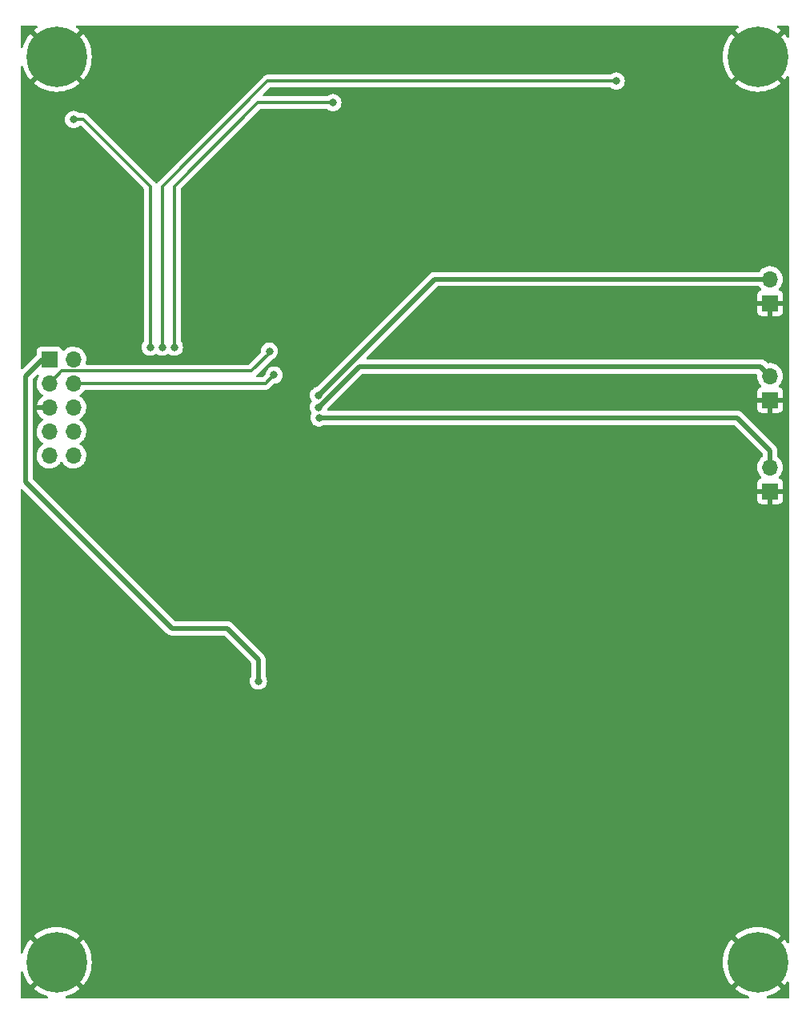
<source format=gbr>
%TF.GenerationSoftware,KiCad,Pcbnew,(6.0.7)*%
%TF.CreationDate,2023-04-15T21:10:14+02:00*%
%TF.ProjectId,control board,636f6e74-726f-46c2-9062-6f6172642e6b,rev?*%
%TF.SameCoordinates,Original*%
%TF.FileFunction,Copper,L2,Bot*%
%TF.FilePolarity,Positive*%
%FSLAX46Y46*%
G04 Gerber Fmt 4.6, Leading zero omitted, Abs format (unit mm)*
G04 Created by KiCad (PCBNEW (6.0.7)) date 2023-04-15 21:10:14*
%MOMM*%
%LPD*%
G01*
G04 APERTURE LIST*
%TA.AperFunction,ComponentPad*%
%ADD10C,6.400000*%
%TD*%
%TA.AperFunction,ComponentPad*%
%ADD11R,1.700000X1.700000*%
%TD*%
%TA.AperFunction,ComponentPad*%
%ADD12O,1.700000X1.700000*%
%TD*%
%TA.AperFunction,ViaPad*%
%ADD13C,0.800000*%
%TD*%
%TA.AperFunction,Conductor*%
%ADD14C,0.300000*%
%TD*%
%TA.AperFunction,Conductor*%
%ADD15C,0.500000*%
%TD*%
G04 APERTURE END LIST*
D10*
%TO.P,,1*%
%TO.N,GND*%
X103886000Y-139700000D03*
%TD*%
%TO.P,,1*%
%TO.N,GND*%
X178054000Y-139700000D03*
%TD*%
%TO.P,,1*%
%TO.N,GND*%
X178054000Y-43942000D03*
%TD*%
%TO.P,,1*%
%TO.N,GND*%
X103886000Y-43942000D03*
%TD*%
D11*
%TO.P,J1,1,Pin_1*%
%TO.N,GND*%
X179349000Y-70000000D03*
D12*
%TO.P,J1,2,Pin_2*%
%TO.N,BTN1*%
X179349000Y-67460000D03*
%TD*%
D11*
%TO.P,J4,1,Pin_1*%
%TO.N,GND*%
X179349000Y-89896000D03*
D12*
%TO.P,J4,2,Pin_2*%
%TO.N,BTN3*%
X179349000Y-87356000D03*
%TD*%
D11*
%TO.P,J3,1,Pin_1*%
%TO.N,+3.3V*%
X103104000Y-75976000D03*
D12*
%TO.P,J3,2,Pin_2*%
%TO.N,INT*%
X105644000Y-75976000D03*
%TO.P,J3,3,Pin_3*%
%TO.N,SDA*%
X103104000Y-78516000D03*
%TO.P,J3,4,Pin_4*%
%TO.N,SCL*%
X105644000Y-78516000D03*
%TO.P,J3,5,Pin_5*%
%TO.N,GND*%
X103104000Y-81056000D03*
%TO.P,J3,6,Pin_6*%
%TO.N,unconnected-(J3-Pad6)*%
X105644000Y-81056000D03*
%TO.P,J3,7,Pin_7*%
%TO.N,unconnected-(J3-Pad7)*%
X103104000Y-83596000D03*
%TO.P,J3,8,Pin_8*%
%TO.N,unconnected-(J3-Pad8)*%
X105644000Y-83596000D03*
%TO.P,J3,9,Pin_9*%
%TO.N,unconnected-(J3-Pad9)*%
X103104000Y-86136000D03*
%TO.P,J3,10,Pin_10*%
%TO.N,unconnected-(J3-Pad10)*%
X105644000Y-86136000D03*
%TD*%
D11*
%TO.P,J2,1,Pin_1*%
%TO.N,GND*%
X179349000Y-80244000D03*
D12*
%TO.P,J2,2,Pin_2*%
%TO.N,BTN2*%
X179349000Y-77704000D03*
%TD*%
D13*
%TO.N,GND*%
X174297007Y-62780492D03*
X156507388Y-103160106D03*
X110668526Y-120667351D03*
X171473258Y-97512607D03*
X127000000Y-79248000D03*
X109728000Y-90678000D03*
X113962900Y-55344620D03*
X141436934Y-79398779D03*
X148590000Y-42418000D03*
X178816000Y-62484000D03*
X177026632Y-94971233D03*
X165072760Y-84523361D03*
X139941392Y-121137975D03*
X104902000Y-99314000D03*
X160528000Y-59182000D03*
X104648000Y-65786000D03*
X149259765Y-56003494D03*
X115280650Y-42920123D03*
X166624000Y-80264000D03*
X158750000Y-118618000D03*
X132588000Y-62230000D03*
X103891528Y-56474119D03*
X146050000Y-63246000D03*
X125730000Y-63754000D03*
X117856000Y-73406000D03*
X110197901Y-74922614D03*
X159237012Y-72569490D03*
X125728522Y-100242232D03*
X172212000Y-43180000D03*
X146050000Y-71628000D03*
%TO.N,MENU*%
X105664000Y-50584000D03*
X113792000Y-74676000D03*
%TO.N,HOME*%
X133096000Y-48806000D03*
X116332000Y-74676000D03*
%TO.N,BACK*%
X163068000Y-46520000D03*
X115062000Y-74676000D03*
%TO.N,BTN1*%
X131572000Y-79756000D03*
%TO.N,BTN2*%
X131572000Y-81026000D03*
%TO.N,BTN3*%
X131628065Y-82135441D03*
%TO.N,+3.3V*%
X125222000Y-109982000D03*
%TO.N,SDA*%
X126387332Y-75079332D03*
%TO.N,SCL*%
X126873000Y-77597000D03*
%TD*%
D14*
%TO.N,MENU*%
X113792000Y-74676000D02*
X113792000Y-57658000D01*
X105664000Y-50584000D02*
X106718000Y-50584000D01*
X106718000Y-50584000D02*
X113792000Y-57658000D01*
%TO.N,HOME*%
X116332000Y-57658000D02*
X116332000Y-74676000D01*
X133096000Y-48806000D02*
X125184000Y-48806000D01*
X125184000Y-48806000D02*
X116332000Y-57658000D01*
%TO.N,BACK*%
X115062000Y-74676000D02*
X115062000Y-57658000D01*
X126200000Y-46520000D02*
X163068000Y-46520000D01*
X115062000Y-57658000D02*
X126200000Y-46520000D01*
D15*
%TO.N,BTN1*%
X143868000Y-67460000D02*
X179349000Y-67460000D01*
X131572000Y-79756000D02*
X143868000Y-67460000D01*
%TO.N,BTN2*%
X178353000Y-76708000D02*
X179349000Y-77704000D01*
X135890000Y-76708000D02*
X178353000Y-76708000D01*
X135890000Y-76708000D02*
X131572000Y-81026000D01*
%TO.N,BTN3*%
X179349000Y-85623000D02*
X179349000Y-87356000D01*
X175861441Y-82135441D02*
X179349000Y-85623000D01*
X131628065Y-82135441D02*
X175861441Y-82135441D01*
%TO.N,+3.3V*%
X125222000Y-107696000D02*
X125222000Y-109982000D01*
X116078000Y-104394000D02*
X121920000Y-104394000D01*
X100584000Y-77724000D02*
X100584000Y-88900000D01*
X121920000Y-104394000D02*
X125222000Y-107696000D01*
X102332000Y-75976000D02*
X100584000Y-77724000D01*
X103104000Y-75976000D02*
X102332000Y-75976000D01*
X100584000Y-88900000D02*
X116078000Y-104394000D01*
D14*
%TO.N,SDA*%
X124482331Y-77193669D02*
X126387332Y-75288668D01*
X103104000Y-78516000D02*
X104426331Y-77193669D01*
X126387332Y-75288668D02*
X126387332Y-75079332D01*
X104426331Y-77193669D02*
X124482331Y-77193669D01*
%TO.N,SCL*%
X125954000Y-78516000D02*
X126873000Y-77597000D01*
X105644000Y-78516000D02*
X125954000Y-78516000D01*
%TD*%
%TA.AperFunction,Conductor*%
%TO.N,GND*%
G36*
X101804437Y-40660502D02*
G01*
X101850930Y-40714158D01*
X101861034Y-40784432D01*
X101831540Y-40849012D01*
X101804940Y-40872173D01*
X101706265Y-40936253D01*
X101700939Y-40940123D01*
X101462165Y-41133478D01*
X101453700Y-41145733D01*
X101460034Y-41156824D01*
X103873188Y-43569978D01*
X103887132Y-43577592D01*
X103888965Y-43577461D01*
X103895580Y-43573210D01*
X106311100Y-41157690D01*
X106318241Y-41144614D01*
X106310784Y-41134247D01*
X106071065Y-40940126D01*
X106065728Y-40936249D01*
X105967059Y-40872172D01*
X105920822Y-40818296D01*
X105911053Y-40747975D01*
X105940853Y-40683535D01*
X106000762Y-40645436D01*
X106035684Y-40640500D01*
X175904316Y-40640500D01*
X175972437Y-40660502D01*
X176018930Y-40714158D01*
X176029034Y-40784432D01*
X175999540Y-40849012D01*
X175972940Y-40872173D01*
X175874265Y-40936253D01*
X175868939Y-40940123D01*
X175630165Y-41133478D01*
X175621700Y-41145733D01*
X175628034Y-41156824D01*
X178041188Y-43569978D01*
X178055132Y-43577592D01*
X178056965Y-43577461D01*
X178063580Y-43573210D01*
X180479100Y-41157690D01*
X180486241Y-41144614D01*
X180478784Y-41134247D01*
X180239065Y-40940126D01*
X180233728Y-40936249D01*
X180135059Y-40872172D01*
X180088822Y-40818296D01*
X180079053Y-40747975D01*
X180108853Y-40683535D01*
X180168762Y-40645436D01*
X180203684Y-40640500D01*
X181229500Y-40640500D01*
X181297621Y-40660502D01*
X181344114Y-40714158D01*
X181355500Y-40766500D01*
X181355500Y-41792316D01*
X181335498Y-41860437D01*
X181281842Y-41906930D01*
X181211568Y-41917034D01*
X181146988Y-41887540D01*
X181123827Y-41860940D01*
X181059747Y-41762265D01*
X181055877Y-41756939D01*
X180862522Y-41518165D01*
X180850267Y-41509700D01*
X180839176Y-41516034D01*
X178426022Y-43929188D01*
X178418408Y-43943132D01*
X178418539Y-43944965D01*
X178422790Y-43951580D01*
X180838310Y-46367100D01*
X180851386Y-46374241D01*
X180861753Y-46366784D01*
X181055877Y-46127061D01*
X181059747Y-46121735D01*
X181123827Y-46023060D01*
X181177704Y-45976823D01*
X181248025Y-45967053D01*
X181312465Y-45996853D01*
X181350564Y-46056761D01*
X181355500Y-46091684D01*
X181355500Y-137550316D01*
X181335498Y-137618437D01*
X181281842Y-137664930D01*
X181211568Y-137675034D01*
X181146988Y-137645540D01*
X181123827Y-137618940D01*
X181059747Y-137520265D01*
X181055877Y-137514939D01*
X180862522Y-137276165D01*
X180850267Y-137267700D01*
X180839176Y-137274034D01*
X178426022Y-139687188D01*
X178418408Y-139701132D01*
X178418539Y-139702965D01*
X178422790Y-139709580D01*
X180838310Y-142125100D01*
X180851386Y-142132241D01*
X180861753Y-142124784D01*
X181055877Y-141885061D01*
X181059747Y-141879735D01*
X181123827Y-141781060D01*
X181177704Y-141734823D01*
X181248025Y-141725053D01*
X181312465Y-141754853D01*
X181350564Y-141814761D01*
X181355500Y-141849684D01*
X181355500Y-143383500D01*
X181335498Y-143451621D01*
X181281842Y-143498114D01*
X181229500Y-143509500D01*
X179120431Y-143509500D01*
X179052310Y-143489498D01*
X179005817Y-143435842D01*
X178995713Y-143365568D01*
X179025207Y-143300988D01*
X179087820Y-143261793D01*
X179198215Y-143232212D01*
X179204498Y-143230171D01*
X179561164Y-143093260D01*
X179567189Y-143090578D01*
X179907606Y-142917127D01*
X179913315Y-142913830D01*
X180233728Y-142705751D01*
X180239065Y-142701874D01*
X180477835Y-142508522D01*
X180486300Y-142496267D01*
X180479966Y-142485176D01*
X178066812Y-140072022D01*
X178052868Y-140064408D01*
X178051035Y-140064539D01*
X178044420Y-140068790D01*
X175628900Y-142484310D01*
X175621759Y-142497386D01*
X175629216Y-142507753D01*
X175868935Y-142701874D01*
X175874272Y-142705751D01*
X176194685Y-142913830D01*
X176200394Y-142917127D01*
X176540811Y-143090578D01*
X176546836Y-143093260D01*
X176903502Y-143230171D01*
X176909785Y-143232212D01*
X177020180Y-143261793D01*
X177080803Y-143298745D01*
X177111824Y-143362606D01*
X177103396Y-143433100D01*
X177058193Y-143487847D01*
X176987569Y-143509500D01*
X104952431Y-143509500D01*
X104884310Y-143489498D01*
X104837817Y-143435842D01*
X104827713Y-143365568D01*
X104857207Y-143300988D01*
X104919820Y-143261793D01*
X105030215Y-143232212D01*
X105036498Y-143230171D01*
X105393164Y-143093260D01*
X105399189Y-143090578D01*
X105739606Y-142917127D01*
X105745315Y-142913830D01*
X106065728Y-142705751D01*
X106071065Y-142701874D01*
X106309835Y-142508522D01*
X106318300Y-142496267D01*
X106311966Y-142485176D01*
X103898812Y-140072022D01*
X103884868Y-140064408D01*
X103883035Y-140064539D01*
X103876420Y-140068790D01*
X101460900Y-142484310D01*
X101453759Y-142497386D01*
X101461216Y-142507753D01*
X101700935Y-142701874D01*
X101706272Y-142705751D01*
X102026685Y-142913830D01*
X102032394Y-142917127D01*
X102372811Y-143090578D01*
X102378836Y-143093260D01*
X102735502Y-143230171D01*
X102741785Y-143232212D01*
X102852180Y-143261793D01*
X102912803Y-143298745D01*
X102943824Y-143362606D01*
X102935396Y-143433100D01*
X102890193Y-143487847D01*
X102819569Y-143509500D01*
X100202500Y-143509500D01*
X100134379Y-143489498D01*
X100087886Y-143435842D01*
X100076500Y-143383500D01*
X100076500Y-140766431D01*
X100096502Y-140698310D01*
X100150158Y-140651817D01*
X100220432Y-140641713D01*
X100285012Y-140671207D01*
X100324207Y-140733820D01*
X100353788Y-140844215D01*
X100355829Y-140850498D01*
X100492740Y-141207164D01*
X100495422Y-141213189D01*
X100668872Y-141553603D01*
X100672169Y-141559313D01*
X100880253Y-141879735D01*
X100884123Y-141885061D01*
X101077478Y-142123835D01*
X101089733Y-142132300D01*
X101100824Y-142125966D01*
X103513978Y-139712812D01*
X103520356Y-139701132D01*
X104250408Y-139701132D01*
X104250539Y-139702965D01*
X104254790Y-139709580D01*
X106670310Y-142125100D01*
X106683386Y-142132241D01*
X106693753Y-142124784D01*
X106887877Y-141885061D01*
X106891747Y-141879735D01*
X107099831Y-141559313D01*
X107103128Y-141553603D01*
X107276578Y-141213189D01*
X107279260Y-141207164D01*
X107416171Y-140850498D01*
X107418212Y-140844216D01*
X107517094Y-140475184D01*
X107518465Y-140468734D01*
X107578234Y-140091371D01*
X107578920Y-140084833D01*
X107598916Y-139703301D01*
X174341084Y-139703301D01*
X174361080Y-140084833D01*
X174361766Y-140091371D01*
X174421535Y-140468734D01*
X174422906Y-140475184D01*
X174521788Y-140844216D01*
X174523829Y-140850498D01*
X174660740Y-141207164D01*
X174663422Y-141213189D01*
X174836872Y-141553603D01*
X174840169Y-141559313D01*
X175048253Y-141879735D01*
X175052123Y-141885061D01*
X175245478Y-142123835D01*
X175257733Y-142132300D01*
X175268824Y-142125966D01*
X177681978Y-139712812D01*
X177689592Y-139698868D01*
X177689461Y-139697035D01*
X177685210Y-139690420D01*
X175269690Y-137274900D01*
X175256614Y-137267759D01*
X175246247Y-137275216D01*
X175052123Y-137514939D01*
X175048253Y-137520265D01*
X174840169Y-137840687D01*
X174836872Y-137846397D01*
X174663422Y-138186811D01*
X174660740Y-138192836D01*
X174523829Y-138549502D01*
X174521788Y-138555784D01*
X174422906Y-138924816D01*
X174421535Y-138931266D01*
X174361766Y-139308629D01*
X174361080Y-139315167D01*
X174341084Y-139696699D01*
X174341084Y-139703301D01*
X107598916Y-139703301D01*
X107598916Y-139696699D01*
X107578920Y-139315167D01*
X107578234Y-139308629D01*
X107518465Y-138931266D01*
X107517094Y-138924816D01*
X107418212Y-138555784D01*
X107416171Y-138549502D01*
X107279260Y-138192836D01*
X107276578Y-138186811D01*
X107103128Y-137846397D01*
X107099831Y-137840687D01*
X106891747Y-137520265D01*
X106887877Y-137514939D01*
X106694522Y-137276165D01*
X106682267Y-137267700D01*
X106671176Y-137274034D01*
X104258022Y-139687188D01*
X104250408Y-139701132D01*
X103520356Y-139701132D01*
X103521592Y-139698868D01*
X103521461Y-139697035D01*
X103517210Y-139690420D01*
X101101690Y-137274900D01*
X101088614Y-137267759D01*
X101078247Y-137275216D01*
X100884123Y-137514939D01*
X100880253Y-137520265D01*
X100672169Y-137840687D01*
X100668872Y-137846397D01*
X100495422Y-138186811D01*
X100492740Y-138192836D01*
X100355829Y-138549502D01*
X100353788Y-138555785D01*
X100324207Y-138666180D01*
X100287255Y-138726803D01*
X100223394Y-138757824D01*
X100152900Y-138749396D01*
X100098153Y-138704193D01*
X100076500Y-138633569D01*
X100076500Y-136903733D01*
X101453700Y-136903733D01*
X101460034Y-136914824D01*
X103873188Y-139327978D01*
X103887132Y-139335592D01*
X103888965Y-139335461D01*
X103895580Y-139331210D01*
X106311100Y-136915690D01*
X106317630Y-136903733D01*
X175621700Y-136903733D01*
X175628034Y-136914824D01*
X178041188Y-139327978D01*
X178055132Y-139335592D01*
X178056965Y-139335461D01*
X178063580Y-139331210D01*
X180479100Y-136915690D01*
X180486241Y-136902614D01*
X180478784Y-136892247D01*
X180239065Y-136698126D01*
X180233728Y-136694249D01*
X179913315Y-136486170D01*
X179907606Y-136482873D01*
X179567189Y-136309422D01*
X179561164Y-136306740D01*
X179204498Y-136169829D01*
X179198216Y-136167788D01*
X178829184Y-136068906D01*
X178822734Y-136067535D01*
X178445371Y-136007766D01*
X178438833Y-136007080D01*
X178057301Y-135987084D01*
X178050699Y-135987084D01*
X177669167Y-136007080D01*
X177662629Y-136007766D01*
X177285266Y-136067535D01*
X177278816Y-136068906D01*
X176909784Y-136167788D01*
X176903502Y-136169829D01*
X176546836Y-136306740D01*
X176540811Y-136309422D01*
X176200397Y-136482872D01*
X176194687Y-136486169D01*
X175874265Y-136694253D01*
X175868939Y-136698123D01*
X175630165Y-136891478D01*
X175621700Y-136903733D01*
X106317630Y-136903733D01*
X106318241Y-136902614D01*
X106310784Y-136892247D01*
X106071065Y-136698126D01*
X106065728Y-136694249D01*
X105745315Y-136486170D01*
X105739606Y-136482873D01*
X105399189Y-136309422D01*
X105393164Y-136306740D01*
X105036498Y-136169829D01*
X105030216Y-136167788D01*
X104661184Y-136068906D01*
X104654734Y-136067535D01*
X104277371Y-136007766D01*
X104270833Y-136007080D01*
X103889301Y-135987084D01*
X103882699Y-135987084D01*
X103501167Y-136007080D01*
X103494629Y-136007766D01*
X103117266Y-136067535D01*
X103110816Y-136068906D01*
X102741784Y-136167788D01*
X102735502Y-136169829D01*
X102378836Y-136306740D01*
X102372811Y-136309422D01*
X102032397Y-136482872D01*
X102026687Y-136486169D01*
X101706265Y-136694253D01*
X101700939Y-136698123D01*
X101462165Y-136891478D01*
X101453700Y-136903733D01*
X100076500Y-136903733D01*
X100076500Y-89769371D01*
X100096502Y-89701250D01*
X100150158Y-89654757D01*
X100220432Y-89644653D01*
X100285012Y-89674147D01*
X100291595Y-89680276D01*
X115494230Y-104882911D01*
X115506616Y-104897323D01*
X115515149Y-104908918D01*
X115515154Y-104908923D01*
X115519492Y-104914818D01*
X115525070Y-104919557D01*
X115525073Y-104919560D01*
X115559768Y-104949035D01*
X115567284Y-104955965D01*
X115572979Y-104961660D01*
X115575861Y-104963940D01*
X115595251Y-104979281D01*
X115598655Y-104982072D01*
X115648703Y-105024591D01*
X115654285Y-105029333D01*
X115660801Y-105032661D01*
X115665850Y-105036028D01*
X115670979Y-105039195D01*
X115676716Y-105043734D01*
X115742875Y-105074655D01*
X115746769Y-105076558D01*
X115811808Y-105109769D01*
X115818916Y-105111508D01*
X115824559Y-105113607D01*
X115830322Y-105115524D01*
X115836950Y-105118622D01*
X115844112Y-105120112D01*
X115844113Y-105120112D01*
X115908412Y-105133486D01*
X115912696Y-105134456D01*
X115983610Y-105151808D01*
X115989212Y-105152156D01*
X115989215Y-105152156D01*
X115994764Y-105152500D01*
X115994762Y-105152536D01*
X115998755Y-105152775D01*
X116002947Y-105153149D01*
X116010115Y-105154640D01*
X116087520Y-105152546D01*
X116090928Y-105152500D01*
X121553629Y-105152500D01*
X121621750Y-105172502D01*
X121642724Y-105189405D01*
X124426595Y-107973276D01*
X124460621Y-108035588D01*
X124463500Y-108062371D01*
X124463500Y-109445001D01*
X124446619Y-109508000D01*
X124387473Y-109610444D01*
X124328458Y-109792072D01*
X124308496Y-109982000D01*
X124328458Y-110171928D01*
X124387473Y-110353556D01*
X124482960Y-110518944D01*
X124610747Y-110660866D01*
X124765248Y-110773118D01*
X124771276Y-110775802D01*
X124771278Y-110775803D01*
X124933681Y-110848109D01*
X124939712Y-110850794D01*
X125033112Y-110870647D01*
X125120056Y-110889128D01*
X125120061Y-110889128D01*
X125126513Y-110890500D01*
X125317487Y-110890500D01*
X125323939Y-110889128D01*
X125323944Y-110889128D01*
X125410888Y-110870647D01*
X125504288Y-110850794D01*
X125510319Y-110848109D01*
X125672722Y-110775803D01*
X125672724Y-110775802D01*
X125678752Y-110773118D01*
X125833253Y-110660866D01*
X125961040Y-110518944D01*
X126056527Y-110353556D01*
X126115542Y-110171928D01*
X126135504Y-109982000D01*
X126115542Y-109792072D01*
X126056527Y-109610444D01*
X125997381Y-109508000D01*
X125980500Y-109445001D01*
X125980500Y-107763069D01*
X125981933Y-107744118D01*
X125984099Y-107729883D01*
X125984099Y-107729881D01*
X125985199Y-107722651D01*
X125980915Y-107669982D01*
X125980500Y-107659767D01*
X125980500Y-107651707D01*
X125977211Y-107623493D01*
X125976778Y-107619118D01*
X125971454Y-107553661D01*
X125971453Y-107553658D01*
X125970860Y-107546363D01*
X125968604Y-107539399D01*
X125967413Y-107533440D01*
X125966029Y-107527585D01*
X125965182Y-107520319D01*
X125940265Y-107451673D01*
X125938848Y-107447545D01*
X125918607Y-107385064D01*
X125918606Y-107385062D01*
X125916351Y-107378101D01*
X125912555Y-107371846D01*
X125910049Y-107366372D01*
X125907330Y-107360942D01*
X125904833Y-107354063D01*
X125864814Y-107293024D01*
X125862467Y-107289305D01*
X125824595Y-107226893D01*
X125817197Y-107218516D01*
X125817224Y-107218492D01*
X125814571Y-107215500D01*
X125811868Y-107212267D01*
X125807856Y-107206148D01*
X125751617Y-107152872D01*
X125749175Y-107150494D01*
X122503770Y-103905089D01*
X122491384Y-103890677D01*
X122482851Y-103879082D01*
X122482846Y-103879077D01*
X122478508Y-103873182D01*
X122472930Y-103868443D01*
X122472927Y-103868440D01*
X122438232Y-103838965D01*
X122430716Y-103832035D01*
X122425021Y-103826340D01*
X122418880Y-103821482D01*
X122402749Y-103808719D01*
X122399345Y-103805928D01*
X122349297Y-103763409D01*
X122349295Y-103763408D01*
X122343715Y-103758667D01*
X122337199Y-103755339D01*
X122332150Y-103751972D01*
X122327021Y-103748805D01*
X122321284Y-103744266D01*
X122255125Y-103713345D01*
X122251225Y-103711439D01*
X122186192Y-103678231D01*
X122179084Y-103676492D01*
X122173441Y-103674393D01*
X122167678Y-103672476D01*
X122161050Y-103669378D01*
X122089583Y-103654513D01*
X122085299Y-103653543D01*
X122014390Y-103636192D01*
X122008788Y-103635844D01*
X122008785Y-103635844D01*
X122003236Y-103635500D01*
X122003238Y-103635464D01*
X121999245Y-103635225D01*
X121995053Y-103634851D01*
X121987885Y-103633360D01*
X121921675Y-103635151D01*
X121910479Y-103635454D01*
X121907072Y-103635500D01*
X116444371Y-103635500D01*
X116376250Y-103615498D01*
X116355276Y-103598595D01*
X103547350Y-90790669D01*
X177991001Y-90790669D01*
X177991371Y-90797490D01*
X177996895Y-90848352D01*
X178000521Y-90863604D01*
X178045676Y-90984054D01*
X178054214Y-90999649D01*
X178130715Y-91101724D01*
X178143276Y-91114285D01*
X178245351Y-91190786D01*
X178260946Y-91199324D01*
X178381394Y-91244478D01*
X178396649Y-91248105D01*
X178447514Y-91253631D01*
X178454328Y-91254000D01*
X179076885Y-91254000D01*
X179092124Y-91249525D01*
X179093329Y-91248135D01*
X179095000Y-91240452D01*
X179095000Y-91235884D01*
X179603000Y-91235884D01*
X179607475Y-91251123D01*
X179608865Y-91252328D01*
X179616548Y-91253999D01*
X180243669Y-91253999D01*
X180250490Y-91253629D01*
X180301352Y-91248105D01*
X180316604Y-91244479D01*
X180437054Y-91199324D01*
X180452649Y-91190786D01*
X180554724Y-91114285D01*
X180567285Y-91101724D01*
X180643786Y-90999649D01*
X180652324Y-90984054D01*
X180697478Y-90863606D01*
X180701105Y-90848351D01*
X180706631Y-90797486D01*
X180707000Y-90790672D01*
X180707000Y-90168115D01*
X180702525Y-90152876D01*
X180701135Y-90151671D01*
X180693452Y-90150000D01*
X179621115Y-90150000D01*
X179605876Y-90154475D01*
X179604671Y-90155865D01*
X179603000Y-90163548D01*
X179603000Y-91235884D01*
X179095000Y-91235884D01*
X179095000Y-90168115D01*
X179090525Y-90152876D01*
X179089135Y-90151671D01*
X179081452Y-90150000D01*
X178009116Y-90150000D01*
X177993877Y-90154475D01*
X177992672Y-90155865D01*
X177991001Y-90163548D01*
X177991001Y-90790669D01*
X103547350Y-90790669D01*
X101379405Y-88622724D01*
X101345379Y-88560412D01*
X101342500Y-88533629D01*
X101342500Y-78090371D01*
X101362502Y-78022250D01*
X101379405Y-78001276D01*
X101784494Y-77596187D01*
X101846806Y-77562161D01*
X101917621Y-77567226D01*
X101974457Y-77609773D01*
X101999268Y-77676293D01*
X101984177Y-77745667D01*
X101977677Y-77756286D01*
X101918743Y-77842680D01*
X101871716Y-77943992D01*
X101835390Y-78022250D01*
X101824688Y-78045305D01*
X101764989Y-78260570D01*
X101741251Y-78482695D01*
X101754110Y-78705715D01*
X101755247Y-78710761D01*
X101755248Y-78710767D01*
X101763002Y-78745173D01*
X101803222Y-78923639D01*
X101848377Y-79034842D01*
X101880612Y-79114228D01*
X101887266Y-79130616D01*
X101938454Y-79214148D01*
X102001291Y-79316688D01*
X102003987Y-79321088D01*
X102150250Y-79489938D01*
X102322126Y-79632632D01*
X102395445Y-79675476D01*
X102395955Y-79675774D01*
X102444679Y-79727412D01*
X102457750Y-79797195D01*
X102431019Y-79862967D01*
X102390562Y-79896327D01*
X102382457Y-79900546D01*
X102373738Y-79906036D01*
X102203433Y-80033905D01*
X102195726Y-80040748D01*
X102048590Y-80194717D01*
X102042104Y-80202727D01*
X101922098Y-80378649D01*
X101917000Y-80387623D01*
X101827338Y-80580783D01*
X101823775Y-80590470D01*
X101768389Y-80790183D01*
X101769912Y-80798607D01*
X101782292Y-80802000D01*
X103232000Y-80802000D01*
X103300121Y-80822002D01*
X103346614Y-80875658D01*
X103358000Y-80928000D01*
X103358000Y-81184000D01*
X103337998Y-81252121D01*
X103284342Y-81298614D01*
X103232000Y-81310000D01*
X101787225Y-81310000D01*
X101773694Y-81313973D01*
X101772257Y-81323966D01*
X101802565Y-81458446D01*
X101805645Y-81468275D01*
X101885770Y-81665603D01*
X101890413Y-81674794D01*
X102001694Y-81856388D01*
X102007777Y-81864699D01*
X102147213Y-82025667D01*
X102154580Y-82032883D01*
X102318434Y-82168916D01*
X102326881Y-82174831D01*
X102395969Y-82215203D01*
X102444693Y-82266842D01*
X102457764Y-82336625D01*
X102431033Y-82402396D01*
X102390584Y-82435752D01*
X102377607Y-82442507D01*
X102373474Y-82445610D01*
X102373471Y-82445612D01*
X102203100Y-82573530D01*
X102198965Y-82576635D01*
X102044629Y-82738138D01*
X101918743Y-82922680D01*
X101824688Y-83125305D01*
X101764989Y-83340570D01*
X101741251Y-83562695D01*
X101741548Y-83567848D01*
X101741548Y-83567851D01*
X101747011Y-83662590D01*
X101754110Y-83785715D01*
X101755247Y-83790761D01*
X101755248Y-83790767D01*
X101775119Y-83878939D01*
X101803222Y-84003639D01*
X101887266Y-84210616D01*
X101938019Y-84293438D01*
X102001291Y-84396688D01*
X102003987Y-84401088D01*
X102150250Y-84569938D01*
X102322126Y-84712632D01*
X102392595Y-84753811D01*
X102395445Y-84755476D01*
X102444169Y-84807114D01*
X102457240Y-84876897D01*
X102430509Y-84942669D01*
X102390055Y-84976027D01*
X102377607Y-84982507D01*
X102373474Y-84985610D01*
X102373471Y-84985612D01*
X102203100Y-85113530D01*
X102198965Y-85116635D01*
X102044629Y-85278138D01*
X101918743Y-85462680D01*
X101903003Y-85496590D01*
X101835341Y-85642356D01*
X101824688Y-85665305D01*
X101764989Y-85880570D01*
X101741251Y-86102695D01*
X101741548Y-86107848D01*
X101741548Y-86107851D01*
X101753812Y-86320547D01*
X101754110Y-86325715D01*
X101755247Y-86330761D01*
X101755248Y-86330767D01*
X101775119Y-86418939D01*
X101803222Y-86543639D01*
X101841461Y-86637811D01*
X101873450Y-86716590D01*
X101887266Y-86750616D01*
X101938019Y-86833438D01*
X102001291Y-86936688D01*
X102003987Y-86941088D01*
X102150250Y-87109938D01*
X102322126Y-87252632D01*
X102515000Y-87365338D01*
X102723692Y-87445030D01*
X102728760Y-87446061D01*
X102728763Y-87446062D01*
X102836017Y-87467883D01*
X102942597Y-87489567D01*
X102947772Y-87489757D01*
X102947774Y-87489757D01*
X103160673Y-87497564D01*
X103160677Y-87497564D01*
X103165837Y-87497753D01*
X103170957Y-87497097D01*
X103170959Y-87497097D01*
X103382288Y-87470025D01*
X103382289Y-87470025D01*
X103387416Y-87469368D01*
X103392366Y-87467883D01*
X103596429Y-87406661D01*
X103596434Y-87406659D01*
X103601384Y-87405174D01*
X103801994Y-87306896D01*
X103983860Y-87177173D01*
X104142096Y-87019489D01*
X104201594Y-86936689D01*
X104272453Y-86838077D01*
X104273776Y-86839028D01*
X104320645Y-86795857D01*
X104390580Y-86783625D01*
X104456026Y-86811144D01*
X104483875Y-86842994D01*
X104543987Y-86941088D01*
X104690250Y-87109938D01*
X104862126Y-87252632D01*
X105055000Y-87365338D01*
X105263692Y-87445030D01*
X105268760Y-87446061D01*
X105268763Y-87446062D01*
X105376017Y-87467883D01*
X105482597Y-87489567D01*
X105487772Y-87489757D01*
X105487774Y-87489757D01*
X105700673Y-87497564D01*
X105700677Y-87497564D01*
X105705837Y-87497753D01*
X105710957Y-87497097D01*
X105710959Y-87497097D01*
X105922288Y-87470025D01*
X105922289Y-87470025D01*
X105927416Y-87469368D01*
X105932366Y-87467883D01*
X106136429Y-87406661D01*
X106136434Y-87406659D01*
X106141384Y-87405174D01*
X106341994Y-87306896D01*
X106523860Y-87177173D01*
X106682096Y-87019489D01*
X106741594Y-86936689D01*
X106809435Y-86842277D01*
X106812453Y-86838077D01*
X106833320Y-86795857D01*
X106909136Y-86642453D01*
X106909137Y-86642451D01*
X106911430Y-86637811D01*
X106976370Y-86424069D01*
X107005529Y-86202590D01*
X107007156Y-86136000D01*
X106988852Y-85913361D01*
X106934431Y-85696702D01*
X106845354Y-85491840D01*
X106772164Y-85378706D01*
X106726822Y-85308617D01*
X106726820Y-85308614D01*
X106724014Y-85304277D01*
X106573670Y-85139051D01*
X106569619Y-85135852D01*
X106569615Y-85135848D01*
X106402414Y-85003800D01*
X106402410Y-85003798D01*
X106398359Y-85000598D01*
X106357053Y-84977796D01*
X106307084Y-84927364D01*
X106292312Y-84857921D01*
X106317428Y-84791516D01*
X106344780Y-84764909D01*
X106388603Y-84733650D01*
X106523860Y-84637173D01*
X106682096Y-84479489D01*
X106741594Y-84396689D01*
X106809435Y-84302277D01*
X106812453Y-84298077D01*
X106833320Y-84255857D01*
X106909136Y-84102453D01*
X106909137Y-84102451D01*
X106911430Y-84097811D01*
X106976370Y-83884069D01*
X107005529Y-83662590D01*
X107007156Y-83596000D01*
X106988852Y-83373361D01*
X106934431Y-83156702D01*
X106845354Y-82951840D01*
X106724014Y-82764277D01*
X106573670Y-82599051D01*
X106569619Y-82595852D01*
X106569615Y-82595848D01*
X106402414Y-82463800D01*
X106402410Y-82463798D01*
X106398359Y-82460598D01*
X106357053Y-82437796D01*
X106307084Y-82387364D01*
X106292312Y-82317921D01*
X106317428Y-82251516D01*
X106344780Y-82224909D01*
X106388603Y-82193650D01*
X106523860Y-82097173D01*
X106682096Y-81939489D01*
X106812453Y-81758077D01*
X106825995Y-81730678D01*
X106909136Y-81562453D01*
X106909137Y-81562451D01*
X106911430Y-81557811D01*
X106965767Y-81378968D01*
X106974865Y-81349023D01*
X106974865Y-81349021D01*
X106976370Y-81344069D01*
X107005529Y-81122590D01*
X107007156Y-81056000D01*
X107004690Y-81026000D01*
X130658496Y-81026000D01*
X130659186Y-81032565D01*
X130676401Y-81196352D01*
X130678458Y-81215928D01*
X130737473Y-81397556D01*
X130740776Y-81403278D01*
X130740777Y-81403279D01*
X130832960Y-81562944D01*
X130831179Y-81563972D01*
X130851778Y-81621688D01*
X130835103Y-81691893D01*
X130799570Y-81753438D01*
X130793538Y-81763885D01*
X130734523Y-81945513D01*
X130733833Y-81952074D01*
X130733833Y-81952076D01*
X130726060Y-82026031D01*
X130714561Y-82135441D01*
X130715251Y-82142006D01*
X130730316Y-82285338D01*
X130734523Y-82325369D01*
X130793538Y-82506997D01*
X130889025Y-82672385D01*
X130893443Y-82677292D01*
X130893444Y-82677293D01*
X131012390Y-82809396D01*
X131016812Y-82814307D01*
X131115908Y-82886305D01*
X131165969Y-82922676D01*
X131171313Y-82926559D01*
X131177341Y-82929243D01*
X131177343Y-82929244D01*
X131221249Y-82948792D01*
X131345777Y-83004235D01*
X131439177Y-83024088D01*
X131526121Y-83042569D01*
X131526126Y-83042569D01*
X131532578Y-83043941D01*
X131723552Y-83043941D01*
X131730004Y-83042569D01*
X131730009Y-83042569D01*
X131816953Y-83024088D01*
X131910353Y-83004235D01*
X132034881Y-82948792D01*
X132078787Y-82929244D01*
X132078789Y-82929243D01*
X132084817Y-82926559D01*
X132090156Y-82922680D01*
X132090163Y-82922676D01*
X132096593Y-82918004D01*
X132170652Y-82893941D01*
X175495070Y-82893941D01*
X175563191Y-82913943D01*
X175584165Y-82930846D01*
X178553595Y-85900276D01*
X178587621Y-85962588D01*
X178590500Y-85989371D01*
X178590500Y-86163655D01*
X178570498Y-86231776D01*
X178540153Y-86264415D01*
X178465392Y-86320547D01*
X178443965Y-86336635D01*
X178289629Y-86498138D01*
X178286715Y-86502410D01*
X178286714Y-86502411D01*
X178203990Y-86623680D01*
X178163743Y-86682680D01*
X178069688Y-86885305D01*
X178009989Y-87100570D01*
X177986251Y-87322695D01*
X177986548Y-87327848D01*
X177986548Y-87327851D01*
X177996307Y-87497097D01*
X177999110Y-87545715D01*
X178000247Y-87550761D01*
X178000248Y-87550767D01*
X178020119Y-87638939D01*
X178048222Y-87763639D01*
X178132266Y-87970616D01*
X178248987Y-88161088D01*
X178395250Y-88329938D01*
X178399225Y-88333238D01*
X178399231Y-88333244D01*
X178404425Y-88337556D01*
X178444059Y-88396460D01*
X178445555Y-88467441D01*
X178408439Y-88527962D01*
X178368168Y-88552480D01*
X178260946Y-88592676D01*
X178245351Y-88601214D01*
X178143276Y-88677715D01*
X178130715Y-88690276D01*
X178054214Y-88792351D01*
X178045676Y-88807946D01*
X178000522Y-88928394D01*
X177996895Y-88943649D01*
X177991369Y-88994514D01*
X177991000Y-89001328D01*
X177991000Y-89623885D01*
X177995475Y-89639124D01*
X177996865Y-89640329D01*
X178004548Y-89642000D01*
X180688884Y-89642000D01*
X180704123Y-89637525D01*
X180705328Y-89636135D01*
X180706999Y-89628452D01*
X180706999Y-89001331D01*
X180706629Y-88994510D01*
X180701105Y-88943648D01*
X180697479Y-88928396D01*
X180652324Y-88807946D01*
X180643786Y-88792351D01*
X180567285Y-88690276D01*
X180554724Y-88677715D01*
X180452649Y-88601214D01*
X180437054Y-88592676D01*
X180326813Y-88551348D01*
X180270049Y-88508706D01*
X180245349Y-88442145D01*
X180260557Y-88372796D01*
X180282104Y-88344115D01*
X180383430Y-88243144D01*
X180383440Y-88243132D01*
X180387096Y-88239489D01*
X180446594Y-88156689D01*
X180514435Y-88062277D01*
X180517453Y-88058077D01*
X180616430Y-87857811D01*
X180681370Y-87644069D01*
X180710529Y-87422590D01*
X180712156Y-87356000D01*
X180693852Y-87133361D01*
X180639431Y-86916702D01*
X180550354Y-86711840D01*
X180505466Y-86642453D01*
X180431822Y-86528617D01*
X180431820Y-86528614D01*
X180429014Y-86524277D01*
X180278670Y-86359051D01*
X180155407Y-86261703D01*
X180114345Y-86203785D01*
X180107500Y-86162821D01*
X180107500Y-85690069D01*
X180108933Y-85671118D01*
X180111099Y-85656883D01*
X180111099Y-85656881D01*
X180112199Y-85649651D01*
X180107915Y-85596982D01*
X180107500Y-85586767D01*
X180107500Y-85578707D01*
X180104211Y-85550493D01*
X180103778Y-85546118D01*
X180098454Y-85480661D01*
X180098453Y-85480658D01*
X180097860Y-85473363D01*
X180095604Y-85466399D01*
X180094413Y-85460440D01*
X180093029Y-85454585D01*
X180092182Y-85447319D01*
X180067265Y-85378673D01*
X180065848Y-85374545D01*
X180045607Y-85312064D01*
X180045606Y-85312062D01*
X180043351Y-85305101D01*
X180039555Y-85298846D01*
X180037049Y-85293372D01*
X180034330Y-85287942D01*
X180031833Y-85281063D01*
X179991809Y-85220016D01*
X179989472Y-85216312D01*
X179954509Y-85158693D01*
X179954505Y-85158688D01*
X179951595Y-85153892D01*
X179944197Y-85145516D01*
X179944223Y-85145493D01*
X179941574Y-85142503D01*
X179938866Y-85139264D01*
X179934856Y-85133148D01*
X179929549Y-85128121D01*
X179929546Y-85128117D01*
X179878617Y-85079872D01*
X179876175Y-85077494D01*
X176445211Y-81646530D01*
X176432825Y-81632118D01*
X176424292Y-81620523D01*
X176424287Y-81620518D01*
X176419949Y-81614623D01*
X176414371Y-81609884D01*
X176414368Y-81609881D01*
X176379673Y-81580406D01*
X176372157Y-81573476D01*
X176366462Y-81567781D01*
X176353860Y-81557811D01*
X176344190Y-81550160D01*
X176340786Y-81547369D01*
X176290738Y-81504850D01*
X176290736Y-81504849D01*
X176285156Y-81500108D01*
X176278640Y-81496780D01*
X176273591Y-81493413D01*
X176268462Y-81490246D01*
X176262725Y-81485707D01*
X176196566Y-81454786D01*
X176192666Y-81452880D01*
X176127633Y-81419672D01*
X176120525Y-81417933D01*
X176114882Y-81415834D01*
X176109119Y-81413917D01*
X176102491Y-81410819D01*
X176031024Y-81395954D01*
X176026740Y-81394984D01*
X176011566Y-81391271D01*
X175955831Y-81377633D01*
X175950229Y-81377285D01*
X175950226Y-81377285D01*
X175944677Y-81376941D01*
X175944679Y-81376905D01*
X175940686Y-81376666D01*
X175936494Y-81376292D01*
X175929326Y-81374801D01*
X175863116Y-81376592D01*
X175851920Y-81376895D01*
X175848513Y-81376941D01*
X132597930Y-81376941D01*
X132529809Y-81356939D01*
X132483316Y-81303283D01*
X132473212Y-81233009D01*
X132502706Y-81168429D01*
X132508835Y-81161846D01*
X132532012Y-81138669D01*
X177991001Y-81138669D01*
X177991371Y-81145490D01*
X177996895Y-81196352D01*
X178000521Y-81211604D01*
X178045676Y-81332054D01*
X178054214Y-81347649D01*
X178130715Y-81449724D01*
X178143276Y-81462285D01*
X178245351Y-81538786D01*
X178260946Y-81547324D01*
X178381394Y-81592478D01*
X178396649Y-81596105D01*
X178447514Y-81601631D01*
X178454328Y-81602000D01*
X179076885Y-81602000D01*
X179092124Y-81597525D01*
X179093329Y-81596135D01*
X179095000Y-81588452D01*
X179095000Y-81583884D01*
X179603000Y-81583884D01*
X179607475Y-81599123D01*
X179608865Y-81600328D01*
X179616548Y-81601999D01*
X180243669Y-81601999D01*
X180250490Y-81601629D01*
X180301352Y-81596105D01*
X180316604Y-81592479D01*
X180437054Y-81547324D01*
X180452649Y-81538786D01*
X180554724Y-81462285D01*
X180567285Y-81449724D01*
X180643786Y-81347649D01*
X180652324Y-81332054D01*
X180697478Y-81211606D01*
X180701105Y-81196351D01*
X180706631Y-81145486D01*
X180707000Y-81138672D01*
X180707000Y-80516115D01*
X180702525Y-80500876D01*
X180701135Y-80499671D01*
X180693452Y-80498000D01*
X179621115Y-80498000D01*
X179605876Y-80502475D01*
X179604671Y-80503865D01*
X179603000Y-80511548D01*
X179603000Y-81583884D01*
X179095000Y-81583884D01*
X179095000Y-80516115D01*
X179090525Y-80500876D01*
X179089135Y-80499671D01*
X179081452Y-80498000D01*
X178009116Y-80498000D01*
X177993877Y-80502475D01*
X177992672Y-80503865D01*
X177991001Y-80511548D01*
X177991001Y-81138669D01*
X132532012Y-81138669D01*
X136167276Y-77503405D01*
X136229588Y-77469379D01*
X136256371Y-77466500D01*
X177867890Y-77466500D01*
X177936011Y-77486502D01*
X177982504Y-77540158D01*
X177993177Y-77605889D01*
X177986251Y-77670695D01*
X177986548Y-77675847D01*
X177986548Y-77675851D01*
X177996846Y-77854457D01*
X177999110Y-77893715D01*
X178000247Y-77898761D01*
X178000248Y-77898767D01*
X178014560Y-77962271D01*
X178048222Y-78111639D01*
X178132266Y-78318616D01*
X178174857Y-78388118D01*
X178245948Y-78504128D01*
X178248987Y-78509088D01*
X178395250Y-78677938D01*
X178399225Y-78681238D01*
X178399231Y-78681244D01*
X178404425Y-78685556D01*
X178444059Y-78744460D01*
X178445555Y-78815441D01*
X178408439Y-78875962D01*
X178368168Y-78900480D01*
X178260946Y-78940676D01*
X178245351Y-78949214D01*
X178143276Y-79025715D01*
X178130715Y-79038276D01*
X178054214Y-79140351D01*
X178045676Y-79155946D01*
X178000522Y-79276394D01*
X177996895Y-79291649D01*
X177991369Y-79342514D01*
X177991000Y-79349328D01*
X177991000Y-79971885D01*
X177995475Y-79987124D01*
X177996865Y-79988329D01*
X178004548Y-79990000D01*
X180688884Y-79990000D01*
X180704123Y-79985525D01*
X180705328Y-79984135D01*
X180706999Y-79976452D01*
X180706999Y-79349331D01*
X180706629Y-79342510D01*
X180701105Y-79291648D01*
X180697479Y-79276396D01*
X180652324Y-79155946D01*
X180643786Y-79140351D01*
X180567285Y-79038276D01*
X180554724Y-79025715D01*
X180452649Y-78949214D01*
X180437054Y-78940676D01*
X180326813Y-78899348D01*
X180270049Y-78856706D01*
X180245349Y-78790145D01*
X180260557Y-78720796D01*
X180282104Y-78692115D01*
X180383430Y-78591144D01*
X180383440Y-78591132D01*
X180387096Y-78587489D01*
X180446594Y-78504689D01*
X180514435Y-78410277D01*
X180517453Y-78406077D01*
X180616430Y-78205811D01*
X180681370Y-77992069D01*
X180710529Y-77770590D01*
X180710611Y-77767240D01*
X180712074Y-77707365D01*
X180712074Y-77707361D01*
X180712156Y-77704000D01*
X180693852Y-77481361D01*
X180639431Y-77264702D01*
X180550354Y-77059840D01*
X180466446Y-76930138D01*
X180431822Y-76876617D01*
X180431820Y-76876614D01*
X180429014Y-76872277D01*
X180278670Y-76707051D01*
X180274619Y-76703852D01*
X180274615Y-76703848D01*
X180107414Y-76571800D01*
X180107410Y-76571798D01*
X180103359Y-76568598D01*
X179907789Y-76460638D01*
X179902920Y-76458914D01*
X179902916Y-76458912D01*
X179702087Y-76387795D01*
X179702083Y-76387794D01*
X179697212Y-76386069D01*
X179692119Y-76385162D01*
X179692116Y-76385161D01*
X179482373Y-76347800D01*
X179482367Y-76347799D01*
X179477284Y-76346894D01*
X179406770Y-76346033D01*
X179259082Y-76344228D01*
X179259080Y-76344228D01*
X179253911Y-76344165D01*
X179230156Y-76347800D01*
X179150385Y-76360006D01*
X179080023Y-76350538D01*
X179042232Y-76324551D01*
X178936770Y-76219089D01*
X178924384Y-76204677D01*
X178915851Y-76193082D01*
X178915846Y-76193077D01*
X178911508Y-76187182D01*
X178905930Y-76182443D01*
X178905927Y-76182440D01*
X178871232Y-76152965D01*
X178863716Y-76146035D01*
X178858021Y-76140340D01*
X178851880Y-76135482D01*
X178835749Y-76122719D01*
X178832345Y-76119928D01*
X178782297Y-76077409D01*
X178782295Y-76077408D01*
X178776715Y-76072667D01*
X178770199Y-76069339D01*
X178765150Y-76065972D01*
X178760021Y-76062805D01*
X178754284Y-76058266D01*
X178688125Y-76027345D01*
X178684225Y-76025439D01*
X178619192Y-75992231D01*
X178612084Y-75990492D01*
X178606441Y-75988393D01*
X178600678Y-75986476D01*
X178594050Y-75983378D01*
X178522583Y-75968513D01*
X178518299Y-75967543D01*
X178447390Y-75950192D01*
X178441788Y-75949844D01*
X178441785Y-75949844D01*
X178436236Y-75949500D01*
X178436238Y-75949464D01*
X178432245Y-75949225D01*
X178428053Y-75948851D01*
X178420885Y-75947360D01*
X178354675Y-75949151D01*
X178343479Y-75949454D01*
X178340072Y-75949500D01*
X136755371Y-75949500D01*
X136687250Y-75929498D01*
X136640757Y-75875842D01*
X136630653Y-75805568D01*
X136660147Y-75740988D01*
X136666276Y-75734405D01*
X141506012Y-70894669D01*
X177991001Y-70894669D01*
X177991371Y-70901490D01*
X177996895Y-70952352D01*
X178000521Y-70967604D01*
X178045676Y-71088054D01*
X178054214Y-71103649D01*
X178130715Y-71205724D01*
X178143276Y-71218285D01*
X178245351Y-71294786D01*
X178260946Y-71303324D01*
X178381394Y-71348478D01*
X178396649Y-71352105D01*
X178447514Y-71357631D01*
X178454328Y-71358000D01*
X179076885Y-71358000D01*
X179092124Y-71353525D01*
X179093329Y-71352135D01*
X179095000Y-71344452D01*
X179095000Y-71339884D01*
X179603000Y-71339884D01*
X179607475Y-71355123D01*
X179608865Y-71356328D01*
X179616548Y-71357999D01*
X180243669Y-71357999D01*
X180250490Y-71357629D01*
X180301352Y-71352105D01*
X180316604Y-71348479D01*
X180437054Y-71303324D01*
X180452649Y-71294786D01*
X180554724Y-71218285D01*
X180567285Y-71205724D01*
X180643786Y-71103649D01*
X180652324Y-71088054D01*
X180697478Y-70967606D01*
X180701105Y-70952351D01*
X180706631Y-70901486D01*
X180707000Y-70894672D01*
X180707000Y-70272115D01*
X180702525Y-70256876D01*
X180701135Y-70255671D01*
X180693452Y-70254000D01*
X179621115Y-70254000D01*
X179605876Y-70258475D01*
X179604671Y-70259865D01*
X179603000Y-70267548D01*
X179603000Y-71339884D01*
X179095000Y-71339884D01*
X179095000Y-70272115D01*
X179090525Y-70256876D01*
X179089135Y-70255671D01*
X179081452Y-70254000D01*
X178009116Y-70254000D01*
X177993877Y-70258475D01*
X177992672Y-70259865D01*
X177991001Y-70267548D01*
X177991001Y-70894669D01*
X141506012Y-70894669D01*
X144145276Y-68255405D01*
X144207588Y-68221379D01*
X144234371Y-68218500D01*
X178151491Y-68218500D01*
X178219612Y-68238502D01*
X178248402Y-68265595D01*
X178248987Y-68265088D01*
X178395250Y-68433938D01*
X178399225Y-68437238D01*
X178399231Y-68437244D01*
X178404425Y-68441556D01*
X178444059Y-68500460D01*
X178445555Y-68571441D01*
X178408439Y-68631962D01*
X178368168Y-68656480D01*
X178260946Y-68696676D01*
X178245351Y-68705214D01*
X178143276Y-68781715D01*
X178130715Y-68794276D01*
X178054214Y-68896351D01*
X178045676Y-68911946D01*
X178000522Y-69032394D01*
X177996895Y-69047649D01*
X177991369Y-69098514D01*
X177991000Y-69105328D01*
X177991000Y-69727885D01*
X177995475Y-69743124D01*
X177996865Y-69744329D01*
X178004548Y-69746000D01*
X180688884Y-69746000D01*
X180704123Y-69741525D01*
X180705328Y-69740135D01*
X180706999Y-69732452D01*
X180706999Y-69105331D01*
X180706629Y-69098510D01*
X180701105Y-69047648D01*
X180697479Y-69032396D01*
X180652324Y-68911946D01*
X180643786Y-68896351D01*
X180567285Y-68794276D01*
X180554724Y-68781715D01*
X180452649Y-68705214D01*
X180437054Y-68696676D01*
X180326813Y-68655348D01*
X180270049Y-68612706D01*
X180245349Y-68546145D01*
X180260557Y-68476796D01*
X180282104Y-68448115D01*
X180383430Y-68347144D01*
X180383440Y-68347132D01*
X180387096Y-68343489D01*
X180517453Y-68162077D01*
X180616430Y-67961811D01*
X180681370Y-67748069D01*
X180710529Y-67526590D01*
X180712156Y-67460000D01*
X180693852Y-67237361D01*
X180639431Y-67020702D01*
X180550354Y-66815840D01*
X180478512Y-66704789D01*
X180431822Y-66632617D01*
X180431820Y-66632614D01*
X180429014Y-66628277D01*
X180278670Y-66463051D01*
X180274619Y-66459852D01*
X180274615Y-66459848D01*
X180107414Y-66327800D01*
X180107410Y-66327798D01*
X180103359Y-66324598D01*
X179907789Y-66216638D01*
X179902920Y-66214914D01*
X179902916Y-66214912D01*
X179702087Y-66143795D01*
X179702083Y-66143794D01*
X179697212Y-66142069D01*
X179692119Y-66141162D01*
X179692116Y-66141161D01*
X179482373Y-66103800D01*
X179482367Y-66103799D01*
X179477284Y-66102894D01*
X179403452Y-66101992D01*
X179259081Y-66100228D01*
X179259079Y-66100228D01*
X179253911Y-66100165D01*
X179033091Y-66133955D01*
X178820756Y-66203357D01*
X178622607Y-66306507D01*
X178618474Y-66309610D01*
X178618471Y-66309612D01*
X178594247Y-66327800D01*
X178443965Y-66440635D01*
X178289629Y-66602138D01*
X178259363Y-66646507D01*
X178204455Y-66691507D01*
X178155277Y-66701500D01*
X143935070Y-66701500D01*
X143916120Y-66700067D01*
X143901885Y-66697901D01*
X143901881Y-66697901D01*
X143894651Y-66696801D01*
X143887359Y-66697394D01*
X143887356Y-66697394D01*
X143841982Y-66701085D01*
X143831767Y-66701500D01*
X143823707Y-66701500D01*
X143820073Y-66701924D01*
X143820067Y-66701924D01*
X143807042Y-66703443D01*
X143795480Y-66704791D01*
X143791132Y-66705221D01*
X143718364Y-66711140D01*
X143711403Y-66713395D01*
X143705463Y-66714582D01*
X143699588Y-66715971D01*
X143692319Y-66716818D01*
X143623670Y-66741736D01*
X143619542Y-66743153D01*
X143557064Y-66763393D01*
X143557062Y-66763394D01*
X143550101Y-66765649D01*
X143543846Y-66769445D01*
X143538372Y-66771951D01*
X143532942Y-66774670D01*
X143526063Y-66777167D01*
X143519943Y-66781180D01*
X143519942Y-66781180D01*
X143465024Y-66817186D01*
X143461320Y-66819523D01*
X143398893Y-66857405D01*
X143390516Y-66864803D01*
X143390492Y-66864776D01*
X143387500Y-66867429D01*
X143384267Y-66870132D01*
X143378148Y-66874144D01*
X143373116Y-66879456D01*
X143324872Y-66930383D01*
X143322494Y-66932825D01*
X131415669Y-78839650D01*
X131352772Y-78873801D01*
X131296176Y-78885831D01*
X131296167Y-78885834D01*
X131289712Y-78887206D01*
X131283682Y-78889891D01*
X131283681Y-78889891D01*
X131121278Y-78962197D01*
X131121276Y-78962198D01*
X131115248Y-78964882D01*
X131109907Y-78968762D01*
X131109906Y-78968763D01*
X131067131Y-78999841D01*
X130960747Y-79077134D01*
X130956326Y-79082044D01*
X130956325Y-79082045D01*
X130871857Y-79175857D01*
X130832960Y-79219056D01*
X130829659Y-79224774D01*
X130757746Y-79349331D01*
X130737473Y-79384444D01*
X130678458Y-79566072D01*
X130658496Y-79756000D01*
X130659186Y-79762565D01*
X130676177Y-79924222D01*
X130678458Y-79945928D01*
X130737473Y-80127556D01*
X130832960Y-80292944D01*
X130845338Y-80306691D01*
X130876054Y-80370697D01*
X130867290Y-80441150D01*
X130845339Y-80475307D01*
X130832960Y-80489056D01*
X130737473Y-80654444D01*
X130678458Y-80836072D01*
X130658496Y-81026000D01*
X107004690Y-81026000D01*
X106988852Y-80833361D01*
X106934431Y-80616702D01*
X106845354Y-80411840D01*
X106724014Y-80224277D01*
X106573670Y-80059051D01*
X106569619Y-80055852D01*
X106569615Y-80055848D01*
X106402414Y-79923800D01*
X106402410Y-79923798D01*
X106398359Y-79920598D01*
X106357053Y-79897796D01*
X106307084Y-79847364D01*
X106292312Y-79777921D01*
X106317428Y-79711516D01*
X106344780Y-79684909D01*
X106388603Y-79653650D01*
X106523860Y-79557173D01*
X106682096Y-79399489D01*
X106723037Y-79342514D01*
X106806060Y-79226974D01*
X106862055Y-79183326D01*
X106908383Y-79174500D01*
X125871944Y-79174500D01*
X125883800Y-79175059D01*
X125883803Y-79175059D01*
X125891537Y-79176788D01*
X125962369Y-79174562D01*
X125966327Y-79174500D01*
X125995432Y-79174500D01*
X125999832Y-79173944D01*
X126011664Y-79173012D01*
X126057831Y-79171562D01*
X126078421Y-79165580D01*
X126097782Y-79161570D01*
X126104770Y-79160688D01*
X126111204Y-79159875D01*
X126111205Y-79159875D01*
X126119064Y-79158882D01*
X126126429Y-79155966D01*
X126126433Y-79155965D01*
X126162021Y-79141874D01*
X126173231Y-79138035D01*
X126217600Y-79125145D01*
X126236065Y-79114225D01*
X126253805Y-79105534D01*
X126273756Y-79097635D01*
X126311129Y-79070482D01*
X126321048Y-79063967D01*
X126353977Y-79044493D01*
X126353981Y-79044490D01*
X126360807Y-79040453D01*
X126375971Y-79025289D01*
X126391005Y-79012448D01*
X126401943Y-79004501D01*
X126408357Y-78999841D01*
X126437798Y-78964253D01*
X126445787Y-78955473D01*
X126611115Y-78790145D01*
X126858854Y-78542405D01*
X126921167Y-78508380D01*
X126947950Y-78505500D01*
X126968487Y-78505500D01*
X126974939Y-78504128D01*
X126974944Y-78504128D01*
X127075775Y-78482695D01*
X127155288Y-78465794D01*
X127279982Y-78410277D01*
X127323722Y-78390803D01*
X127323724Y-78390802D01*
X127329752Y-78388118D01*
X127484253Y-78275866D01*
X127498026Y-78260570D01*
X127607621Y-78138852D01*
X127607622Y-78138851D01*
X127612040Y-78133944D01*
X127707527Y-77968556D01*
X127766542Y-77786928D01*
X127770985Y-77744660D01*
X127785814Y-77603565D01*
X127786504Y-77597000D01*
X127775955Y-77496635D01*
X127767232Y-77413635D01*
X127767232Y-77413633D01*
X127766542Y-77407072D01*
X127707527Y-77225444D01*
X127612040Y-77060056D01*
X127537932Y-76977750D01*
X127488675Y-76923045D01*
X127488674Y-76923044D01*
X127484253Y-76918134D01*
X127329752Y-76805882D01*
X127323724Y-76803198D01*
X127323722Y-76803197D01*
X127161319Y-76730891D01*
X127161318Y-76730891D01*
X127155288Y-76728206D01*
X127055762Y-76707051D01*
X126974944Y-76689872D01*
X126974939Y-76689872D01*
X126968487Y-76688500D01*
X126777513Y-76688500D01*
X126771061Y-76689872D01*
X126771056Y-76689872D01*
X126690238Y-76707051D01*
X126590712Y-76728206D01*
X126584682Y-76730891D01*
X126584681Y-76730891D01*
X126422278Y-76803197D01*
X126422276Y-76803198D01*
X126416248Y-76805882D01*
X126261747Y-76918134D01*
X126257326Y-76923044D01*
X126257325Y-76923045D01*
X126208069Y-76977750D01*
X126133960Y-77060056D01*
X126038473Y-77225444D01*
X125979458Y-77407072D01*
X125970045Y-77496635D01*
X125966245Y-77532786D01*
X125939232Y-77598442D01*
X125930030Y-77608710D01*
X125718145Y-77820595D01*
X125655833Y-77854621D01*
X125629050Y-77857500D01*
X125055551Y-77857500D01*
X124987430Y-77837498D01*
X124940937Y-77783842D01*
X124930833Y-77713568D01*
X124958466Y-77651186D01*
X124966133Y-77641918D01*
X124974123Y-77633137D01*
X126634202Y-75973057D01*
X126672048Y-75947045D01*
X126838054Y-75873135D01*
X126838056Y-75873134D01*
X126844084Y-75870450D01*
X126998585Y-75758198D01*
X127126372Y-75616276D01*
X127199382Y-75489819D01*
X127218555Y-75456611D01*
X127218556Y-75456610D01*
X127221859Y-75450888D01*
X127280874Y-75269260D01*
X127282616Y-75252692D01*
X127300146Y-75085897D01*
X127300836Y-75079332D01*
X127280874Y-74889404D01*
X127221859Y-74707776D01*
X127207304Y-74682565D01*
X127173638Y-74624255D01*
X127126372Y-74542388D01*
X126998585Y-74400466D01*
X126844084Y-74288214D01*
X126838056Y-74285530D01*
X126838054Y-74285529D01*
X126675651Y-74213223D01*
X126675650Y-74213223D01*
X126669620Y-74210538D01*
X126576219Y-74190685D01*
X126489276Y-74172204D01*
X126489271Y-74172204D01*
X126482819Y-74170832D01*
X126291845Y-74170832D01*
X126285393Y-74172204D01*
X126285388Y-74172204D01*
X126198445Y-74190685D01*
X126105044Y-74210538D01*
X126099014Y-74213223D01*
X126099013Y-74213223D01*
X125936610Y-74285529D01*
X125936608Y-74285530D01*
X125930580Y-74288214D01*
X125776079Y-74400466D01*
X125648292Y-74542388D01*
X125601026Y-74624255D01*
X125567361Y-74682565D01*
X125552805Y-74707776D01*
X125493790Y-74889404D01*
X125473828Y-75079332D01*
X125474518Y-75085897D01*
X125485767Y-75192923D01*
X125472995Y-75262762D01*
X125449552Y-75295189D01*
X124246476Y-76498264D01*
X124184164Y-76532290D01*
X124157381Y-76535169D01*
X107063972Y-76535169D01*
X106995851Y-76515167D01*
X106949358Y-76461511D01*
X106939254Y-76391237D01*
X106943411Y-76372548D01*
X106976370Y-76264069D01*
X107005529Y-76042590D01*
X107006678Y-75995560D01*
X107007074Y-75979365D01*
X107007074Y-75979361D01*
X107007156Y-75976000D01*
X106988852Y-75753361D01*
X106934431Y-75536702D01*
X106845354Y-75331840D01*
X106724014Y-75144277D01*
X106573670Y-74979051D01*
X106569619Y-74975852D01*
X106569615Y-74975848D01*
X106402414Y-74843800D01*
X106402410Y-74843798D01*
X106398359Y-74840598D01*
X106202789Y-74732638D01*
X106197920Y-74730914D01*
X106197916Y-74730912D01*
X105997087Y-74659795D01*
X105997083Y-74659794D01*
X105992212Y-74658069D01*
X105987119Y-74657162D01*
X105987116Y-74657161D01*
X105777373Y-74619800D01*
X105777367Y-74619799D01*
X105772284Y-74618894D01*
X105698452Y-74617992D01*
X105554081Y-74616228D01*
X105554079Y-74616228D01*
X105548911Y-74616165D01*
X105328091Y-74649955D01*
X105115756Y-74719357D01*
X104917607Y-74822507D01*
X104913474Y-74825610D01*
X104913471Y-74825612D01*
X104828508Y-74889404D01*
X104738965Y-74956635D01*
X104682537Y-75015684D01*
X104658283Y-75041064D01*
X104596759Y-75076494D01*
X104525846Y-75073037D01*
X104468060Y-75031791D01*
X104449207Y-74998243D01*
X104407767Y-74887703D01*
X104404615Y-74879295D01*
X104317261Y-74762739D01*
X104200705Y-74675385D01*
X104064316Y-74624255D01*
X104002134Y-74617500D01*
X102205866Y-74617500D01*
X102143684Y-74624255D01*
X102007295Y-74675385D01*
X101890739Y-74762739D01*
X101803385Y-74879295D01*
X101752255Y-75015684D01*
X101745500Y-75077866D01*
X101745500Y-75437629D01*
X101725498Y-75505750D01*
X101708595Y-75526724D01*
X100291595Y-76943724D01*
X100229283Y-76977750D01*
X100158468Y-76972685D01*
X100101632Y-76930138D01*
X100076821Y-76863618D01*
X100076500Y-76854629D01*
X100076500Y-50584000D01*
X104750496Y-50584000D01*
X104770458Y-50773928D01*
X104829473Y-50955556D01*
X104924960Y-51120944D01*
X105052747Y-51262866D01*
X105207248Y-51375118D01*
X105213276Y-51377802D01*
X105213278Y-51377803D01*
X105375681Y-51450109D01*
X105381712Y-51452794D01*
X105475113Y-51472647D01*
X105562056Y-51491128D01*
X105562061Y-51491128D01*
X105568513Y-51492500D01*
X105759487Y-51492500D01*
X105765939Y-51491128D01*
X105765944Y-51491128D01*
X105852887Y-51472647D01*
X105946288Y-51452794D01*
X105952319Y-51450109D01*
X106114722Y-51377803D01*
X106114724Y-51377802D01*
X106120752Y-51375118D01*
X106270163Y-51266564D01*
X106337031Y-51242706D01*
X106344224Y-51242500D01*
X106393050Y-51242500D01*
X106461171Y-51262502D01*
X106482145Y-51279405D01*
X113096595Y-57893855D01*
X113130621Y-57956167D01*
X113133500Y-57982950D01*
X113133500Y-74001241D01*
X113113498Y-74069362D01*
X113101136Y-74085551D01*
X113052960Y-74139056D01*
X113049659Y-74144774D01*
X112968394Y-74285529D01*
X112957473Y-74304444D01*
X112898458Y-74486072D01*
X112897768Y-74492633D01*
X112897768Y-74492635D01*
X112880476Y-74657161D01*
X112878496Y-74676000D01*
X112879186Y-74682565D01*
X112894221Y-74825612D01*
X112898458Y-74865928D01*
X112957473Y-75047556D01*
X112960776Y-75053278D01*
X112960777Y-75053279D01*
X112975819Y-75079332D01*
X113052960Y-75212944D01*
X113180747Y-75354866D01*
X113335248Y-75467118D01*
X113341276Y-75469802D01*
X113341278Y-75469803D01*
X113503681Y-75542109D01*
X113509712Y-75544794D01*
X113603113Y-75564647D01*
X113690056Y-75583128D01*
X113690061Y-75583128D01*
X113696513Y-75584500D01*
X113887487Y-75584500D01*
X113893939Y-75583128D01*
X113893944Y-75583128D01*
X113980887Y-75564647D01*
X114074288Y-75544794D01*
X114080319Y-75542109D01*
X114242722Y-75469803D01*
X114242724Y-75469802D01*
X114248752Y-75467118D01*
X114352940Y-75391421D01*
X114419806Y-75367563D01*
X114488958Y-75383643D01*
X114501056Y-75391418D01*
X114605248Y-75467118D01*
X114611276Y-75469802D01*
X114611278Y-75469803D01*
X114773681Y-75542109D01*
X114779712Y-75544794D01*
X114873113Y-75564647D01*
X114960056Y-75583128D01*
X114960061Y-75583128D01*
X114966513Y-75584500D01*
X115157487Y-75584500D01*
X115163939Y-75583128D01*
X115163944Y-75583128D01*
X115250887Y-75564647D01*
X115344288Y-75544794D01*
X115350319Y-75542109D01*
X115512722Y-75469803D01*
X115512724Y-75469802D01*
X115518752Y-75467118D01*
X115622940Y-75391421D01*
X115689806Y-75367563D01*
X115758958Y-75383643D01*
X115771056Y-75391418D01*
X115875248Y-75467118D01*
X115881276Y-75469802D01*
X115881278Y-75469803D01*
X116043681Y-75542109D01*
X116049712Y-75544794D01*
X116143113Y-75564647D01*
X116230056Y-75583128D01*
X116230061Y-75583128D01*
X116236513Y-75584500D01*
X116427487Y-75584500D01*
X116433939Y-75583128D01*
X116433944Y-75583128D01*
X116520887Y-75564647D01*
X116614288Y-75544794D01*
X116620319Y-75542109D01*
X116782722Y-75469803D01*
X116782724Y-75469802D01*
X116788752Y-75467118D01*
X116943253Y-75354866D01*
X117071040Y-75212944D01*
X117148181Y-75079332D01*
X117163223Y-75053279D01*
X117163224Y-75053278D01*
X117166527Y-75047556D01*
X117225542Y-74865928D01*
X117229780Y-74825612D01*
X117244814Y-74682565D01*
X117245504Y-74676000D01*
X117243524Y-74657161D01*
X117226232Y-74492635D01*
X117226232Y-74492633D01*
X117225542Y-74486072D01*
X117166527Y-74304444D01*
X117155607Y-74285529D01*
X117074341Y-74144774D01*
X117071040Y-74139056D01*
X117022864Y-74085551D01*
X116992146Y-74021544D01*
X116990500Y-74001241D01*
X116990500Y-57982950D01*
X117010502Y-57914829D01*
X117027405Y-57893855D01*
X125419854Y-49501405D01*
X125482166Y-49467379D01*
X125508949Y-49464500D01*
X132415776Y-49464500D01*
X132483897Y-49484502D01*
X132489834Y-49488562D01*
X132639248Y-49597118D01*
X132645276Y-49599802D01*
X132645278Y-49599803D01*
X132807681Y-49672109D01*
X132813712Y-49674794D01*
X132907113Y-49694647D01*
X132994056Y-49713128D01*
X132994061Y-49713128D01*
X133000513Y-49714500D01*
X133191487Y-49714500D01*
X133197939Y-49713128D01*
X133197944Y-49713128D01*
X133284887Y-49694647D01*
X133378288Y-49674794D01*
X133384319Y-49672109D01*
X133546722Y-49599803D01*
X133546724Y-49599802D01*
X133552752Y-49597118D01*
X133707253Y-49484866D01*
X133835040Y-49342944D01*
X133930527Y-49177556D01*
X133989542Y-48995928D01*
X134009504Y-48806000D01*
X133989542Y-48616072D01*
X133930527Y-48434444D01*
X133835040Y-48269056D01*
X133707253Y-48127134D01*
X133552752Y-48014882D01*
X133546724Y-48012198D01*
X133546722Y-48012197D01*
X133384319Y-47939891D01*
X133384318Y-47939891D01*
X133378288Y-47937206D01*
X133284888Y-47917353D01*
X133197944Y-47898872D01*
X133197939Y-47898872D01*
X133191487Y-47897500D01*
X133000513Y-47897500D01*
X132994061Y-47898872D01*
X132994056Y-47898872D01*
X132907112Y-47917353D01*
X132813712Y-47937206D01*
X132807682Y-47939891D01*
X132807681Y-47939891D01*
X132645278Y-48012197D01*
X132645276Y-48012198D01*
X132639248Y-48014882D01*
X132490092Y-48123251D01*
X132489837Y-48123436D01*
X132422969Y-48147294D01*
X132415776Y-48147500D01*
X125807950Y-48147500D01*
X125739829Y-48127498D01*
X125693336Y-48073842D01*
X125683232Y-48003568D01*
X125712726Y-47938988D01*
X125718855Y-47932405D01*
X126435855Y-47215405D01*
X126498167Y-47181379D01*
X126524950Y-47178500D01*
X162387776Y-47178500D01*
X162455897Y-47198502D01*
X162461834Y-47202562D01*
X162611248Y-47311118D01*
X162617276Y-47313802D01*
X162617278Y-47313803D01*
X162659448Y-47332578D01*
X162785712Y-47388794D01*
X162879112Y-47408647D01*
X162966056Y-47427128D01*
X162966061Y-47427128D01*
X162972513Y-47428500D01*
X163163487Y-47428500D01*
X163169939Y-47427128D01*
X163169944Y-47427128D01*
X163256887Y-47408647D01*
X163350288Y-47388794D01*
X163476552Y-47332578D01*
X163518722Y-47313803D01*
X163518724Y-47313802D01*
X163524752Y-47311118D01*
X163679253Y-47198866D01*
X163807040Y-47056944D01*
X163902527Y-46891556D01*
X163951970Y-46739386D01*
X175621759Y-46739386D01*
X175629216Y-46749753D01*
X175868935Y-46943874D01*
X175874272Y-46947751D01*
X176194685Y-47155830D01*
X176200394Y-47159127D01*
X176540811Y-47332578D01*
X176546836Y-47335260D01*
X176903502Y-47472171D01*
X176909784Y-47474212D01*
X177278816Y-47573094D01*
X177285266Y-47574465D01*
X177662629Y-47634234D01*
X177669167Y-47634920D01*
X178050699Y-47654916D01*
X178057301Y-47654916D01*
X178438833Y-47634920D01*
X178445371Y-47634234D01*
X178822734Y-47574465D01*
X178829184Y-47573094D01*
X179198216Y-47474212D01*
X179204498Y-47472171D01*
X179561164Y-47335260D01*
X179567189Y-47332578D01*
X179907606Y-47159127D01*
X179913315Y-47155830D01*
X180233728Y-46947751D01*
X180239065Y-46943874D01*
X180477835Y-46750522D01*
X180486300Y-46738267D01*
X180479966Y-46727176D01*
X178066812Y-44314022D01*
X178052868Y-44306408D01*
X178051035Y-44306539D01*
X178044420Y-44310790D01*
X175628900Y-46726310D01*
X175621759Y-46739386D01*
X163951970Y-46739386D01*
X163961542Y-46709928D01*
X163981504Y-46520000D01*
X163980814Y-46513435D01*
X163962232Y-46336635D01*
X163962232Y-46336633D01*
X163961542Y-46330072D01*
X163902527Y-46148444D01*
X163890182Y-46127061D01*
X163837699Y-46036159D01*
X163807040Y-45983056D01*
X163728936Y-45896312D01*
X163683675Y-45846045D01*
X163683674Y-45846044D01*
X163679253Y-45841134D01*
X163524752Y-45728882D01*
X163518724Y-45726198D01*
X163518722Y-45726197D01*
X163356319Y-45653891D01*
X163356318Y-45653891D01*
X163350288Y-45651206D01*
X163256887Y-45631353D01*
X163169944Y-45612872D01*
X163169939Y-45612872D01*
X163163487Y-45611500D01*
X162972513Y-45611500D01*
X162966061Y-45612872D01*
X162966056Y-45612872D01*
X162879113Y-45631353D01*
X162785712Y-45651206D01*
X162779682Y-45653891D01*
X162779681Y-45653891D01*
X162617278Y-45726197D01*
X162617276Y-45726198D01*
X162611248Y-45728882D01*
X162462092Y-45837251D01*
X162461837Y-45837436D01*
X162394969Y-45861294D01*
X162387776Y-45861500D01*
X126282059Y-45861500D01*
X126270203Y-45860941D01*
X126262463Y-45859211D01*
X126254537Y-45859460D01*
X126254536Y-45859460D01*
X126191611Y-45861438D01*
X126187653Y-45861500D01*
X126158568Y-45861500D01*
X126154637Y-45861997D01*
X126154630Y-45861997D01*
X126154179Y-45862054D01*
X126142343Y-45862986D01*
X126096169Y-45864438D01*
X126075579Y-45870420D01*
X126056218Y-45874430D01*
X126049230Y-45875312D01*
X126042796Y-45876125D01*
X126042795Y-45876125D01*
X126034936Y-45877118D01*
X126027571Y-45880034D01*
X126027567Y-45880035D01*
X125991979Y-45894126D01*
X125980769Y-45897965D01*
X125936400Y-45910855D01*
X125917935Y-45921775D01*
X125900195Y-45930466D01*
X125880244Y-45938365D01*
X125842874Y-45965516D01*
X125832952Y-45972033D01*
X125800023Y-45991507D01*
X125800019Y-45991510D01*
X125793193Y-45995547D01*
X125778029Y-46010711D01*
X125762996Y-46023551D01*
X125745643Y-46036159D01*
X125728600Y-46056761D01*
X125716198Y-46071752D01*
X125708208Y-46080532D01*
X114654395Y-57134345D01*
X114645615Y-57142335D01*
X114645613Y-57142337D01*
X114638920Y-57146584D01*
X114633494Y-57152362D01*
X114633493Y-57152363D01*
X114590396Y-57198257D01*
X114587641Y-57201099D01*
X114567073Y-57221667D01*
X114564356Y-57225170D01*
X114556648Y-57234195D01*
X114527009Y-57265758D01*
X114527007Y-57265759D01*
X114525028Y-57267867D01*
X114524688Y-57267548D01*
X114472561Y-57307745D01*
X114401825Y-57313822D01*
X114339033Y-57280691D01*
X114325824Y-57263913D01*
X114325348Y-57264282D01*
X114320491Y-57258020D01*
X114316453Y-57251193D01*
X114301289Y-57236029D01*
X114288448Y-57220995D01*
X114280501Y-57210057D01*
X114275841Y-57203643D01*
X114240247Y-57174197D01*
X114231468Y-57166208D01*
X107241655Y-50176395D01*
X107233665Y-50167615D01*
X107233663Y-50167613D01*
X107229416Y-50160920D01*
X107177742Y-50112395D01*
X107174901Y-50109641D01*
X107154333Y-50089073D01*
X107150826Y-50086353D01*
X107141804Y-50078647D01*
X107113913Y-50052456D01*
X107108133Y-50047028D01*
X107101181Y-50043206D01*
X107089342Y-50036697D01*
X107072818Y-50025843D01*
X107062132Y-50017555D01*
X107055868Y-50012696D01*
X107048596Y-50009549D01*
X107048594Y-50009548D01*
X107013465Y-49994346D01*
X107002805Y-49989124D01*
X106969284Y-49970695D01*
X106969282Y-49970694D01*
X106962337Y-49966876D01*
X106941559Y-49961541D01*
X106922869Y-49955142D01*
X106903176Y-49946620D01*
X106857552Y-49939394D01*
X106845929Y-49936987D01*
X106817928Y-49929798D01*
X106801188Y-49925500D01*
X106779741Y-49925500D01*
X106760031Y-49923949D01*
X106746677Y-49921834D01*
X106738848Y-49920594D01*
X106692859Y-49924941D01*
X106681004Y-49925500D01*
X106344224Y-49925500D01*
X106276103Y-49905498D01*
X106270163Y-49901436D01*
X106269909Y-49901251D01*
X106120752Y-49792882D01*
X106114724Y-49790198D01*
X106114722Y-49790197D01*
X105952319Y-49717891D01*
X105952318Y-49717891D01*
X105946288Y-49715206D01*
X105852888Y-49695353D01*
X105765944Y-49676872D01*
X105765939Y-49676872D01*
X105759487Y-49675500D01*
X105568513Y-49675500D01*
X105562061Y-49676872D01*
X105562056Y-49676872D01*
X105475112Y-49695353D01*
X105381712Y-49715206D01*
X105375682Y-49717891D01*
X105375681Y-49717891D01*
X105213278Y-49790197D01*
X105213276Y-49790198D01*
X105207248Y-49792882D01*
X105052747Y-49905134D01*
X105048326Y-49910044D01*
X105048325Y-49910045D01*
X104938589Y-50031920D01*
X104924960Y-50047056D01*
X104829473Y-50212444D01*
X104770458Y-50394072D01*
X104750496Y-50584000D01*
X100076500Y-50584000D01*
X100076500Y-46739386D01*
X101453759Y-46739386D01*
X101461216Y-46749753D01*
X101700935Y-46943874D01*
X101706272Y-46947751D01*
X102026685Y-47155830D01*
X102032394Y-47159127D01*
X102372811Y-47332578D01*
X102378836Y-47335260D01*
X102735502Y-47472171D01*
X102741784Y-47474212D01*
X103110816Y-47573094D01*
X103117266Y-47574465D01*
X103494629Y-47634234D01*
X103501167Y-47634920D01*
X103882699Y-47654916D01*
X103889301Y-47654916D01*
X104270833Y-47634920D01*
X104277371Y-47634234D01*
X104654734Y-47574465D01*
X104661184Y-47573094D01*
X105030216Y-47474212D01*
X105036498Y-47472171D01*
X105393164Y-47335260D01*
X105399189Y-47332578D01*
X105739606Y-47159127D01*
X105745315Y-47155830D01*
X106065728Y-46947751D01*
X106071065Y-46943874D01*
X106309835Y-46750522D01*
X106318300Y-46738267D01*
X106311966Y-46727176D01*
X103898812Y-44314022D01*
X103884868Y-44306408D01*
X103883035Y-44306539D01*
X103876420Y-44310790D01*
X101460900Y-46726310D01*
X101453759Y-46739386D01*
X100076500Y-46739386D01*
X100076500Y-45008431D01*
X100096502Y-44940310D01*
X100150158Y-44893817D01*
X100220432Y-44883713D01*
X100285012Y-44913207D01*
X100324207Y-44975820D01*
X100353788Y-45086215D01*
X100355829Y-45092498D01*
X100492740Y-45449164D01*
X100495422Y-45455189D01*
X100668872Y-45795603D01*
X100672169Y-45801313D01*
X100880253Y-46121735D01*
X100884123Y-46127061D01*
X101077478Y-46365835D01*
X101089733Y-46374300D01*
X101100824Y-46367966D01*
X103513978Y-43954812D01*
X103520356Y-43943132D01*
X104250408Y-43943132D01*
X104250539Y-43944965D01*
X104254790Y-43951580D01*
X106670310Y-46367100D01*
X106683386Y-46374241D01*
X106693753Y-46366784D01*
X106887877Y-46127061D01*
X106891747Y-46121735D01*
X107099831Y-45801313D01*
X107103128Y-45795603D01*
X107276578Y-45455189D01*
X107279260Y-45449164D01*
X107416171Y-45092498D01*
X107418212Y-45086216D01*
X107517094Y-44717184D01*
X107518465Y-44710734D01*
X107578234Y-44333371D01*
X107578920Y-44326833D01*
X107598916Y-43945301D01*
X174341084Y-43945301D01*
X174361080Y-44326833D01*
X174361766Y-44333371D01*
X174421535Y-44710734D01*
X174422906Y-44717184D01*
X174521788Y-45086216D01*
X174523829Y-45092498D01*
X174660740Y-45449164D01*
X174663422Y-45455189D01*
X174836872Y-45795603D01*
X174840169Y-45801313D01*
X175048253Y-46121735D01*
X175052123Y-46127061D01*
X175245478Y-46365835D01*
X175257733Y-46374300D01*
X175268824Y-46367966D01*
X177681978Y-43954812D01*
X177689592Y-43940868D01*
X177689461Y-43939035D01*
X177685210Y-43932420D01*
X175269690Y-41516900D01*
X175256614Y-41509759D01*
X175246247Y-41517216D01*
X175052123Y-41756939D01*
X175048253Y-41762265D01*
X174840169Y-42082687D01*
X174836872Y-42088397D01*
X174663422Y-42428811D01*
X174660740Y-42434836D01*
X174523829Y-42791502D01*
X174521788Y-42797784D01*
X174422906Y-43166816D01*
X174421535Y-43173266D01*
X174361766Y-43550629D01*
X174361080Y-43557167D01*
X174341084Y-43938699D01*
X174341084Y-43945301D01*
X107598916Y-43945301D01*
X107598916Y-43938699D01*
X107578920Y-43557167D01*
X107578234Y-43550629D01*
X107518465Y-43173266D01*
X107517094Y-43166816D01*
X107418212Y-42797784D01*
X107416171Y-42791502D01*
X107279260Y-42434836D01*
X107276578Y-42428811D01*
X107103128Y-42088397D01*
X107099831Y-42082687D01*
X106891747Y-41762265D01*
X106887877Y-41756939D01*
X106694522Y-41518165D01*
X106682267Y-41509700D01*
X106671176Y-41516034D01*
X104258022Y-43929188D01*
X104250408Y-43943132D01*
X103520356Y-43943132D01*
X103521592Y-43940868D01*
X103521461Y-43939035D01*
X103517210Y-43932420D01*
X101101690Y-41516900D01*
X101088614Y-41509759D01*
X101078247Y-41517216D01*
X100884123Y-41756939D01*
X100880253Y-41762265D01*
X100672169Y-42082687D01*
X100668872Y-42088397D01*
X100495422Y-42428811D01*
X100492740Y-42434836D01*
X100355829Y-42791502D01*
X100353788Y-42797785D01*
X100324207Y-42908180D01*
X100287255Y-42968803D01*
X100223394Y-42999824D01*
X100152900Y-42991396D01*
X100098153Y-42946193D01*
X100076500Y-42875569D01*
X100076500Y-40766500D01*
X100096502Y-40698379D01*
X100150158Y-40651886D01*
X100202500Y-40640500D01*
X101736316Y-40640500D01*
X101804437Y-40660502D01*
G37*
%TD.AperFunction*%
%TD*%
M02*

</source>
